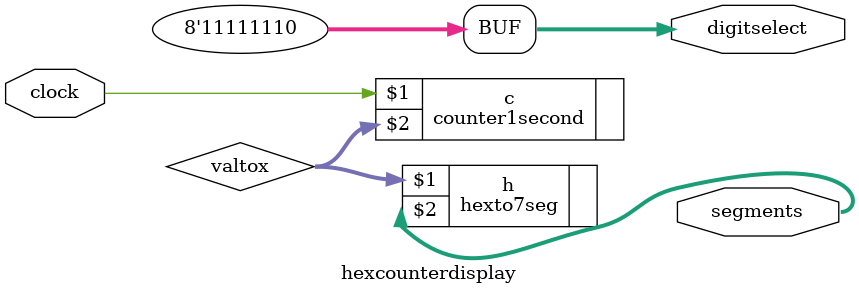
<source format=sv>
`timescale 1ns / 1ps
`default_nettype none

module hexcounterdisplay(
    input wire clock,
    output wire [7:0] segments,
    output wire [7:0] digitselect
    );
    assign digitselect = ~(8'b0000_0001);           //invert
    logic [3:0] valtox;                             //temp value to transfer from counter to hex
    counter1second c(clock, valtox);
    hexto7seg h(valtox,segments);
endmodule

</source>
